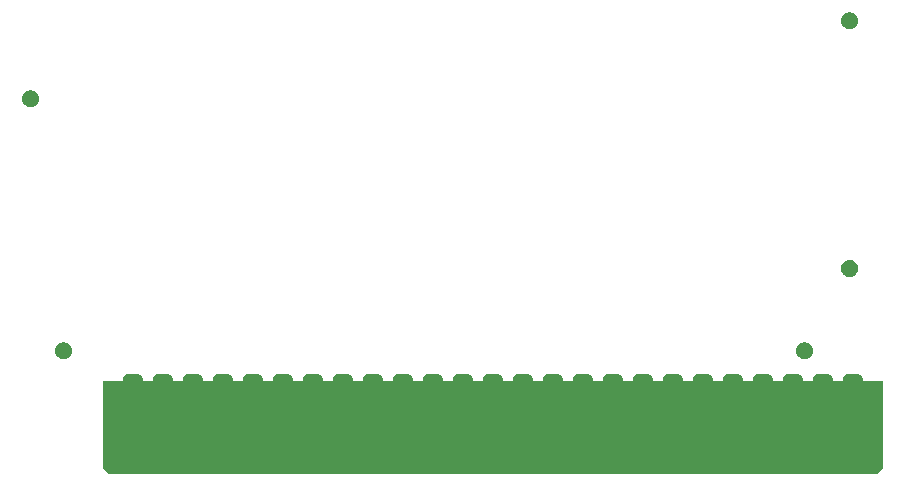
<source format=gbs>
G04 #@! TF.GenerationSoftware,KiCad,Pcbnew,(5.1.5-0-10_14)*
G04 #@! TF.CreationDate,2021-01-05T21:43:12-05:00*
G04 #@! TF.ProjectId,RAM128,52414d31-3238-42e6-9b69-6361645f7063,rev?*
G04 #@! TF.SameCoordinates,Original*
G04 #@! TF.FileFunction,Soldermask,Bot*
G04 #@! TF.FilePolarity,Negative*
%FSLAX46Y46*%
G04 Gerber Fmt 4.6, Leading zero omitted, Abs format (unit mm)*
G04 Created by KiCad (PCBNEW (5.1.5-0-10_14)) date 2021-01-05 21:43:12*
%MOMM*%
%LPD*%
G04 APERTURE LIST*
%ADD10C,0.100000*%
G04 APERTURE END LIST*
D10*
G36*
X139700000Y-139446000D02*
G01*
X139192000Y-139954000D01*
X74168000Y-139954000D01*
X73660000Y-139446000D01*
X73660000Y-132080000D01*
X139700000Y-132080000D01*
X139700000Y-139446000D01*
G37*
G36*
X137686355Y-131543544D02*
G01*
X137758967Y-131565570D01*
X137825881Y-131601336D01*
X137884531Y-131649469D01*
X137932664Y-131708119D01*
X137968430Y-131775033D01*
X137990456Y-131847645D01*
X137998200Y-131926267D01*
X137998200Y-138637733D01*
X137990456Y-138716355D01*
X137968430Y-138788967D01*
X137932664Y-138855881D01*
X137884531Y-138914531D01*
X137825881Y-138962664D01*
X137758967Y-138998430D01*
X137686355Y-139020456D01*
X137607733Y-139028200D01*
X136712267Y-139028200D01*
X136633645Y-139020456D01*
X136561033Y-138998430D01*
X136494119Y-138962664D01*
X136435469Y-138914531D01*
X136387336Y-138855881D01*
X136351570Y-138788967D01*
X136329544Y-138716355D01*
X136321800Y-138637733D01*
X136321800Y-131926267D01*
X136329544Y-131847645D01*
X136351570Y-131775033D01*
X136387336Y-131708119D01*
X136435469Y-131649469D01*
X136494119Y-131601336D01*
X136561033Y-131565570D01*
X136633645Y-131543544D01*
X136712267Y-131535800D01*
X137607733Y-131535800D01*
X137686355Y-131543544D01*
G37*
G36*
X135146355Y-131543544D02*
G01*
X135218967Y-131565570D01*
X135285881Y-131601336D01*
X135344531Y-131649469D01*
X135392664Y-131708119D01*
X135428430Y-131775033D01*
X135450456Y-131847645D01*
X135458200Y-131926267D01*
X135458200Y-138637733D01*
X135450456Y-138716355D01*
X135428430Y-138788967D01*
X135392664Y-138855881D01*
X135344531Y-138914531D01*
X135285881Y-138962664D01*
X135218967Y-138998430D01*
X135146355Y-139020456D01*
X135067733Y-139028200D01*
X134172267Y-139028200D01*
X134093645Y-139020456D01*
X134021033Y-138998430D01*
X133954119Y-138962664D01*
X133895469Y-138914531D01*
X133847336Y-138855881D01*
X133811570Y-138788967D01*
X133789544Y-138716355D01*
X133781800Y-138637733D01*
X133781800Y-131926267D01*
X133789544Y-131847645D01*
X133811570Y-131775033D01*
X133847336Y-131708119D01*
X133895469Y-131649469D01*
X133954119Y-131601336D01*
X134021033Y-131565570D01*
X134093645Y-131543544D01*
X134172267Y-131535800D01*
X135067733Y-131535800D01*
X135146355Y-131543544D01*
G37*
G36*
X132606355Y-131543544D02*
G01*
X132678967Y-131565570D01*
X132745881Y-131601336D01*
X132804531Y-131649469D01*
X132852664Y-131708119D01*
X132888430Y-131775033D01*
X132910456Y-131847645D01*
X132918200Y-131926267D01*
X132918200Y-138637733D01*
X132910456Y-138716355D01*
X132888430Y-138788967D01*
X132852664Y-138855881D01*
X132804531Y-138914531D01*
X132745881Y-138962664D01*
X132678967Y-138998430D01*
X132606355Y-139020456D01*
X132527733Y-139028200D01*
X131632267Y-139028200D01*
X131553645Y-139020456D01*
X131481033Y-138998430D01*
X131414119Y-138962664D01*
X131355469Y-138914531D01*
X131307336Y-138855881D01*
X131271570Y-138788967D01*
X131249544Y-138716355D01*
X131241800Y-138637733D01*
X131241800Y-131926267D01*
X131249544Y-131847645D01*
X131271570Y-131775033D01*
X131307336Y-131708119D01*
X131355469Y-131649469D01*
X131414119Y-131601336D01*
X131481033Y-131565570D01*
X131553645Y-131543544D01*
X131632267Y-131535800D01*
X132527733Y-131535800D01*
X132606355Y-131543544D01*
G37*
G36*
X130066355Y-131543544D02*
G01*
X130138967Y-131565570D01*
X130205881Y-131601336D01*
X130264531Y-131649469D01*
X130312664Y-131708119D01*
X130348430Y-131775033D01*
X130370456Y-131847645D01*
X130378200Y-131926267D01*
X130378200Y-138637733D01*
X130370456Y-138716355D01*
X130348430Y-138788967D01*
X130312664Y-138855881D01*
X130264531Y-138914531D01*
X130205881Y-138962664D01*
X130138967Y-138998430D01*
X130066355Y-139020456D01*
X129987733Y-139028200D01*
X129092267Y-139028200D01*
X129013645Y-139020456D01*
X128941033Y-138998430D01*
X128874119Y-138962664D01*
X128815469Y-138914531D01*
X128767336Y-138855881D01*
X128731570Y-138788967D01*
X128709544Y-138716355D01*
X128701800Y-138637733D01*
X128701800Y-131926267D01*
X128709544Y-131847645D01*
X128731570Y-131775033D01*
X128767336Y-131708119D01*
X128815469Y-131649469D01*
X128874119Y-131601336D01*
X128941033Y-131565570D01*
X129013645Y-131543544D01*
X129092267Y-131535800D01*
X129987733Y-131535800D01*
X130066355Y-131543544D01*
G37*
G36*
X127526355Y-131543544D02*
G01*
X127598967Y-131565570D01*
X127665881Y-131601336D01*
X127724531Y-131649469D01*
X127772664Y-131708119D01*
X127808430Y-131775033D01*
X127830456Y-131847645D01*
X127838200Y-131926267D01*
X127838200Y-138637733D01*
X127830456Y-138716355D01*
X127808430Y-138788967D01*
X127772664Y-138855881D01*
X127724531Y-138914531D01*
X127665881Y-138962664D01*
X127598967Y-138998430D01*
X127526355Y-139020456D01*
X127447733Y-139028200D01*
X126552267Y-139028200D01*
X126473645Y-139020456D01*
X126401033Y-138998430D01*
X126334119Y-138962664D01*
X126275469Y-138914531D01*
X126227336Y-138855881D01*
X126191570Y-138788967D01*
X126169544Y-138716355D01*
X126161800Y-138637733D01*
X126161800Y-131926267D01*
X126169544Y-131847645D01*
X126191570Y-131775033D01*
X126227336Y-131708119D01*
X126275469Y-131649469D01*
X126334119Y-131601336D01*
X126401033Y-131565570D01*
X126473645Y-131543544D01*
X126552267Y-131535800D01*
X127447733Y-131535800D01*
X127526355Y-131543544D01*
G37*
G36*
X124986355Y-131543544D02*
G01*
X125058967Y-131565570D01*
X125125881Y-131601336D01*
X125184531Y-131649469D01*
X125232664Y-131708119D01*
X125268430Y-131775033D01*
X125290456Y-131847645D01*
X125298200Y-131926267D01*
X125298200Y-138637733D01*
X125290456Y-138716355D01*
X125268430Y-138788967D01*
X125232664Y-138855881D01*
X125184531Y-138914531D01*
X125125881Y-138962664D01*
X125058967Y-138998430D01*
X124986355Y-139020456D01*
X124907733Y-139028200D01*
X124012267Y-139028200D01*
X123933645Y-139020456D01*
X123861033Y-138998430D01*
X123794119Y-138962664D01*
X123735469Y-138914531D01*
X123687336Y-138855881D01*
X123651570Y-138788967D01*
X123629544Y-138716355D01*
X123621800Y-138637733D01*
X123621800Y-131926267D01*
X123629544Y-131847645D01*
X123651570Y-131775033D01*
X123687336Y-131708119D01*
X123735469Y-131649469D01*
X123794119Y-131601336D01*
X123861033Y-131565570D01*
X123933645Y-131543544D01*
X124012267Y-131535800D01*
X124907733Y-131535800D01*
X124986355Y-131543544D01*
G37*
G36*
X122446355Y-131543544D02*
G01*
X122518967Y-131565570D01*
X122585881Y-131601336D01*
X122644531Y-131649469D01*
X122692664Y-131708119D01*
X122728430Y-131775033D01*
X122750456Y-131847645D01*
X122758200Y-131926267D01*
X122758200Y-138637733D01*
X122750456Y-138716355D01*
X122728430Y-138788967D01*
X122692664Y-138855881D01*
X122644531Y-138914531D01*
X122585881Y-138962664D01*
X122518967Y-138998430D01*
X122446355Y-139020456D01*
X122367733Y-139028200D01*
X121472267Y-139028200D01*
X121393645Y-139020456D01*
X121321033Y-138998430D01*
X121254119Y-138962664D01*
X121195469Y-138914531D01*
X121147336Y-138855881D01*
X121111570Y-138788967D01*
X121089544Y-138716355D01*
X121081800Y-138637733D01*
X121081800Y-131926267D01*
X121089544Y-131847645D01*
X121111570Y-131775033D01*
X121147336Y-131708119D01*
X121195469Y-131649469D01*
X121254119Y-131601336D01*
X121321033Y-131565570D01*
X121393645Y-131543544D01*
X121472267Y-131535800D01*
X122367733Y-131535800D01*
X122446355Y-131543544D01*
G37*
G36*
X119906355Y-131543544D02*
G01*
X119978967Y-131565570D01*
X120045881Y-131601336D01*
X120104531Y-131649469D01*
X120152664Y-131708119D01*
X120188430Y-131775033D01*
X120210456Y-131847645D01*
X120218200Y-131926267D01*
X120218200Y-138637733D01*
X120210456Y-138716355D01*
X120188430Y-138788967D01*
X120152664Y-138855881D01*
X120104531Y-138914531D01*
X120045881Y-138962664D01*
X119978967Y-138998430D01*
X119906355Y-139020456D01*
X119827733Y-139028200D01*
X118932267Y-139028200D01*
X118853645Y-139020456D01*
X118781033Y-138998430D01*
X118714119Y-138962664D01*
X118655469Y-138914531D01*
X118607336Y-138855881D01*
X118571570Y-138788967D01*
X118549544Y-138716355D01*
X118541800Y-138637733D01*
X118541800Y-131926267D01*
X118549544Y-131847645D01*
X118571570Y-131775033D01*
X118607336Y-131708119D01*
X118655469Y-131649469D01*
X118714119Y-131601336D01*
X118781033Y-131565570D01*
X118853645Y-131543544D01*
X118932267Y-131535800D01*
X119827733Y-131535800D01*
X119906355Y-131543544D01*
G37*
G36*
X117366355Y-131543544D02*
G01*
X117438967Y-131565570D01*
X117505881Y-131601336D01*
X117564531Y-131649469D01*
X117612664Y-131708119D01*
X117648430Y-131775033D01*
X117670456Y-131847645D01*
X117678200Y-131926267D01*
X117678200Y-138637733D01*
X117670456Y-138716355D01*
X117648430Y-138788967D01*
X117612664Y-138855881D01*
X117564531Y-138914531D01*
X117505881Y-138962664D01*
X117438967Y-138998430D01*
X117366355Y-139020456D01*
X117287733Y-139028200D01*
X116392267Y-139028200D01*
X116313645Y-139020456D01*
X116241033Y-138998430D01*
X116174119Y-138962664D01*
X116115469Y-138914531D01*
X116067336Y-138855881D01*
X116031570Y-138788967D01*
X116009544Y-138716355D01*
X116001800Y-138637733D01*
X116001800Y-131926267D01*
X116009544Y-131847645D01*
X116031570Y-131775033D01*
X116067336Y-131708119D01*
X116115469Y-131649469D01*
X116174119Y-131601336D01*
X116241033Y-131565570D01*
X116313645Y-131543544D01*
X116392267Y-131535800D01*
X117287733Y-131535800D01*
X117366355Y-131543544D01*
G37*
G36*
X114826355Y-131543544D02*
G01*
X114898967Y-131565570D01*
X114965881Y-131601336D01*
X115024531Y-131649469D01*
X115072664Y-131708119D01*
X115108430Y-131775033D01*
X115130456Y-131847645D01*
X115138200Y-131926267D01*
X115138200Y-138637733D01*
X115130456Y-138716355D01*
X115108430Y-138788967D01*
X115072664Y-138855881D01*
X115024531Y-138914531D01*
X114965881Y-138962664D01*
X114898967Y-138998430D01*
X114826355Y-139020456D01*
X114747733Y-139028200D01*
X113852267Y-139028200D01*
X113773645Y-139020456D01*
X113701033Y-138998430D01*
X113634119Y-138962664D01*
X113575469Y-138914531D01*
X113527336Y-138855881D01*
X113491570Y-138788967D01*
X113469544Y-138716355D01*
X113461800Y-138637733D01*
X113461800Y-131926267D01*
X113469544Y-131847645D01*
X113491570Y-131775033D01*
X113527336Y-131708119D01*
X113575469Y-131649469D01*
X113634119Y-131601336D01*
X113701033Y-131565570D01*
X113773645Y-131543544D01*
X113852267Y-131535800D01*
X114747733Y-131535800D01*
X114826355Y-131543544D01*
G37*
G36*
X112286355Y-131543544D02*
G01*
X112358967Y-131565570D01*
X112425881Y-131601336D01*
X112484531Y-131649469D01*
X112532664Y-131708119D01*
X112568430Y-131775033D01*
X112590456Y-131847645D01*
X112598200Y-131926267D01*
X112598200Y-138637733D01*
X112590456Y-138716355D01*
X112568430Y-138788967D01*
X112532664Y-138855881D01*
X112484531Y-138914531D01*
X112425881Y-138962664D01*
X112358967Y-138998430D01*
X112286355Y-139020456D01*
X112207733Y-139028200D01*
X111312267Y-139028200D01*
X111233645Y-139020456D01*
X111161033Y-138998430D01*
X111094119Y-138962664D01*
X111035469Y-138914531D01*
X110987336Y-138855881D01*
X110951570Y-138788967D01*
X110929544Y-138716355D01*
X110921800Y-138637733D01*
X110921800Y-131926267D01*
X110929544Y-131847645D01*
X110951570Y-131775033D01*
X110987336Y-131708119D01*
X111035469Y-131649469D01*
X111094119Y-131601336D01*
X111161033Y-131565570D01*
X111233645Y-131543544D01*
X111312267Y-131535800D01*
X112207733Y-131535800D01*
X112286355Y-131543544D01*
G37*
G36*
X109746355Y-131543544D02*
G01*
X109818967Y-131565570D01*
X109885881Y-131601336D01*
X109944531Y-131649469D01*
X109992664Y-131708119D01*
X110028430Y-131775033D01*
X110050456Y-131847645D01*
X110058200Y-131926267D01*
X110058200Y-138637733D01*
X110050456Y-138716355D01*
X110028430Y-138788967D01*
X109992664Y-138855881D01*
X109944531Y-138914531D01*
X109885881Y-138962664D01*
X109818967Y-138998430D01*
X109746355Y-139020456D01*
X109667733Y-139028200D01*
X108772267Y-139028200D01*
X108693645Y-139020456D01*
X108621033Y-138998430D01*
X108554119Y-138962664D01*
X108495469Y-138914531D01*
X108447336Y-138855881D01*
X108411570Y-138788967D01*
X108389544Y-138716355D01*
X108381800Y-138637733D01*
X108381800Y-131926267D01*
X108389544Y-131847645D01*
X108411570Y-131775033D01*
X108447336Y-131708119D01*
X108495469Y-131649469D01*
X108554119Y-131601336D01*
X108621033Y-131565570D01*
X108693645Y-131543544D01*
X108772267Y-131535800D01*
X109667733Y-131535800D01*
X109746355Y-131543544D01*
G37*
G36*
X107206355Y-131543544D02*
G01*
X107278967Y-131565570D01*
X107345881Y-131601336D01*
X107404531Y-131649469D01*
X107452664Y-131708119D01*
X107488430Y-131775033D01*
X107510456Y-131847645D01*
X107518200Y-131926267D01*
X107518200Y-138637733D01*
X107510456Y-138716355D01*
X107488430Y-138788967D01*
X107452664Y-138855881D01*
X107404531Y-138914531D01*
X107345881Y-138962664D01*
X107278967Y-138998430D01*
X107206355Y-139020456D01*
X107127733Y-139028200D01*
X106232267Y-139028200D01*
X106153645Y-139020456D01*
X106081033Y-138998430D01*
X106014119Y-138962664D01*
X105955469Y-138914531D01*
X105907336Y-138855881D01*
X105871570Y-138788967D01*
X105849544Y-138716355D01*
X105841800Y-138637733D01*
X105841800Y-131926267D01*
X105849544Y-131847645D01*
X105871570Y-131775033D01*
X105907336Y-131708119D01*
X105955469Y-131649469D01*
X106014119Y-131601336D01*
X106081033Y-131565570D01*
X106153645Y-131543544D01*
X106232267Y-131535800D01*
X107127733Y-131535800D01*
X107206355Y-131543544D01*
G37*
G36*
X104666355Y-131543544D02*
G01*
X104738967Y-131565570D01*
X104805881Y-131601336D01*
X104864531Y-131649469D01*
X104912664Y-131708119D01*
X104948430Y-131775033D01*
X104970456Y-131847645D01*
X104978200Y-131926267D01*
X104978200Y-138637733D01*
X104970456Y-138716355D01*
X104948430Y-138788967D01*
X104912664Y-138855881D01*
X104864531Y-138914531D01*
X104805881Y-138962664D01*
X104738967Y-138998430D01*
X104666355Y-139020456D01*
X104587733Y-139028200D01*
X103692267Y-139028200D01*
X103613645Y-139020456D01*
X103541033Y-138998430D01*
X103474119Y-138962664D01*
X103415469Y-138914531D01*
X103367336Y-138855881D01*
X103331570Y-138788967D01*
X103309544Y-138716355D01*
X103301800Y-138637733D01*
X103301800Y-131926267D01*
X103309544Y-131847645D01*
X103331570Y-131775033D01*
X103367336Y-131708119D01*
X103415469Y-131649469D01*
X103474119Y-131601336D01*
X103541033Y-131565570D01*
X103613645Y-131543544D01*
X103692267Y-131535800D01*
X104587733Y-131535800D01*
X104666355Y-131543544D01*
G37*
G36*
X102126355Y-131543544D02*
G01*
X102198967Y-131565570D01*
X102265881Y-131601336D01*
X102324531Y-131649469D01*
X102372664Y-131708119D01*
X102408430Y-131775033D01*
X102430456Y-131847645D01*
X102438200Y-131926267D01*
X102438200Y-138637733D01*
X102430456Y-138716355D01*
X102408430Y-138788967D01*
X102372664Y-138855881D01*
X102324531Y-138914531D01*
X102265881Y-138962664D01*
X102198967Y-138998430D01*
X102126355Y-139020456D01*
X102047733Y-139028200D01*
X101152267Y-139028200D01*
X101073645Y-139020456D01*
X101001033Y-138998430D01*
X100934119Y-138962664D01*
X100875469Y-138914531D01*
X100827336Y-138855881D01*
X100791570Y-138788967D01*
X100769544Y-138716355D01*
X100761800Y-138637733D01*
X100761800Y-131926267D01*
X100769544Y-131847645D01*
X100791570Y-131775033D01*
X100827336Y-131708119D01*
X100875469Y-131649469D01*
X100934119Y-131601336D01*
X101001033Y-131565570D01*
X101073645Y-131543544D01*
X101152267Y-131535800D01*
X102047733Y-131535800D01*
X102126355Y-131543544D01*
G37*
G36*
X99586355Y-131543544D02*
G01*
X99658967Y-131565570D01*
X99725881Y-131601336D01*
X99784531Y-131649469D01*
X99832664Y-131708119D01*
X99868430Y-131775033D01*
X99890456Y-131847645D01*
X99898200Y-131926267D01*
X99898200Y-138637733D01*
X99890456Y-138716355D01*
X99868430Y-138788967D01*
X99832664Y-138855881D01*
X99784531Y-138914531D01*
X99725881Y-138962664D01*
X99658967Y-138998430D01*
X99586355Y-139020456D01*
X99507733Y-139028200D01*
X98612267Y-139028200D01*
X98533645Y-139020456D01*
X98461033Y-138998430D01*
X98394119Y-138962664D01*
X98335469Y-138914531D01*
X98287336Y-138855881D01*
X98251570Y-138788967D01*
X98229544Y-138716355D01*
X98221800Y-138637733D01*
X98221800Y-131926267D01*
X98229544Y-131847645D01*
X98251570Y-131775033D01*
X98287336Y-131708119D01*
X98335469Y-131649469D01*
X98394119Y-131601336D01*
X98461033Y-131565570D01*
X98533645Y-131543544D01*
X98612267Y-131535800D01*
X99507733Y-131535800D01*
X99586355Y-131543544D01*
G37*
G36*
X97046355Y-131543544D02*
G01*
X97118967Y-131565570D01*
X97185881Y-131601336D01*
X97244531Y-131649469D01*
X97292664Y-131708119D01*
X97328430Y-131775033D01*
X97350456Y-131847645D01*
X97358200Y-131926267D01*
X97358200Y-138637733D01*
X97350456Y-138716355D01*
X97328430Y-138788967D01*
X97292664Y-138855881D01*
X97244531Y-138914531D01*
X97185881Y-138962664D01*
X97118967Y-138998430D01*
X97046355Y-139020456D01*
X96967733Y-139028200D01*
X96072267Y-139028200D01*
X95993645Y-139020456D01*
X95921033Y-138998430D01*
X95854119Y-138962664D01*
X95795469Y-138914531D01*
X95747336Y-138855881D01*
X95711570Y-138788967D01*
X95689544Y-138716355D01*
X95681800Y-138637733D01*
X95681800Y-131926267D01*
X95689544Y-131847645D01*
X95711570Y-131775033D01*
X95747336Y-131708119D01*
X95795469Y-131649469D01*
X95854119Y-131601336D01*
X95921033Y-131565570D01*
X95993645Y-131543544D01*
X96072267Y-131535800D01*
X96967733Y-131535800D01*
X97046355Y-131543544D01*
G37*
G36*
X94506355Y-131543544D02*
G01*
X94578967Y-131565570D01*
X94645881Y-131601336D01*
X94704531Y-131649469D01*
X94752664Y-131708119D01*
X94788430Y-131775033D01*
X94810456Y-131847645D01*
X94818200Y-131926267D01*
X94818200Y-138637733D01*
X94810456Y-138716355D01*
X94788430Y-138788967D01*
X94752664Y-138855881D01*
X94704531Y-138914531D01*
X94645881Y-138962664D01*
X94578967Y-138998430D01*
X94506355Y-139020456D01*
X94427733Y-139028200D01*
X93532267Y-139028200D01*
X93453645Y-139020456D01*
X93381033Y-138998430D01*
X93314119Y-138962664D01*
X93255469Y-138914531D01*
X93207336Y-138855881D01*
X93171570Y-138788967D01*
X93149544Y-138716355D01*
X93141800Y-138637733D01*
X93141800Y-131926267D01*
X93149544Y-131847645D01*
X93171570Y-131775033D01*
X93207336Y-131708119D01*
X93255469Y-131649469D01*
X93314119Y-131601336D01*
X93381033Y-131565570D01*
X93453645Y-131543544D01*
X93532267Y-131535800D01*
X94427733Y-131535800D01*
X94506355Y-131543544D01*
G37*
G36*
X91966355Y-131543544D02*
G01*
X92038967Y-131565570D01*
X92105881Y-131601336D01*
X92164531Y-131649469D01*
X92212664Y-131708119D01*
X92248430Y-131775033D01*
X92270456Y-131847645D01*
X92278200Y-131926267D01*
X92278200Y-138637733D01*
X92270456Y-138716355D01*
X92248430Y-138788967D01*
X92212664Y-138855881D01*
X92164531Y-138914531D01*
X92105881Y-138962664D01*
X92038967Y-138998430D01*
X91966355Y-139020456D01*
X91887733Y-139028200D01*
X90992267Y-139028200D01*
X90913645Y-139020456D01*
X90841033Y-138998430D01*
X90774119Y-138962664D01*
X90715469Y-138914531D01*
X90667336Y-138855881D01*
X90631570Y-138788967D01*
X90609544Y-138716355D01*
X90601800Y-138637733D01*
X90601800Y-131926267D01*
X90609544Y-131847645D01*
X90631570Y-131775033D01*
X90667336Y-131708119D01*
X90715469Y-131649469D01*
X90774119Y-131601336D01*
X90841033Y-131565570D01*
X90913645Y-131543544D01*
X90992267Y-131535800D01*
X91887733Y-131535800D01*
X91966355Y-131543544D01*
G37*
G36*
X89426355Y-131543544D02*
G01*
X89498967Y-131565570D01*
X89565881Y-131601336D01*
X89624531Y-131649469D01*
X89672664Y-131708119D01*
X89708430Y-131775033D01*
X89730456Y-131847645D01*
X89738200Y-131926267D01*
X89738200Y-138637733D01*
X89730456Y-138716355D01*
X89708430Y-138788967D01*
X89672664Y-138855881D01*
X89624531Y-138914531D01*
X89565881Y-138962664D01*
X89498967Y-138998430D01*
X89426355Y-139020456D01*
X89347733Y-139028200D01*
X88452267Y-139028200D01*
X88373645Y-139020456D01*
X88301033Y-138998430D01*
X88234119Y-138962664D01*
X88175469Y-138914531D01*
X88127336Y-138855881D01*
X88091570Y-138788967D01*
X88069544Y-138716355D01*
X88061800Y-138637733D01*
X88061800Y-131926267D01*
X88069544Y-131847645D01*
X88091570Y-131775033D01*
X88127336Y-131708119D01*
X88175469Y-131649469D01*
X88234119Y-131601336D01*
X88301033Y-131565570D01*
X88373645Y-131543544D01*
X88452267Y-131535800D01*
X89347733Y-131535800D01*
X89426355Y-131543544D01*
G37*
G36*
X86886355Y-131543544D02*
G01*
X86958967Y-131565570D01*
X87025881Y-131601336D01*
X87084531Y-131649469D01*
X87132664Y-131708119D01*
X87168430Y-131775033D01*
X87190456Y-131847645D01*
X87198200Y-131926267D01*
X87198200Y-138637733D01*
X87190456Y-138716355D01*
X87168430Y-138788967D01*
X87132664Y-138855881D01*
X87084531Y-138914531D01*
X87025881Y-138962664D01*
X86958967Y-138998430D01*
X86886355Y-139020456D01*
X86807733Y-139028200D01*
X85912267Y-139028200D01*
X85833645Y-139020456D01*
X85761033Y-138998430D01*
X85694119Y-138962664D01*
X85635469Y-138914531D01*
X85587336Y-138855881D01*
X85551570Y-138788967D01*
X85529544Y-138716355D01*
X85521800Y-138637733D01*
X85521800Y-131926267D01*
X85529544Y-131847645D01*
X85551570Y-131775033D01*
X85587336Y-131708119D01*
X85635469Y-131649469D01*
X85694119Y-131601336D01*
X85761033Y-131565570D01*
X85833645Y-131543544D01*
X85912267Y-131535800D01*
X86807733Y-131535800D01*
X86886355Y-131543544D01*
G37*
G36*
X84346355Y-131543544D02*
G01*
X84418967Y-131565570D01*
X84485881Y-131601336D01*
X84544531Y-131649469D01*
X84592664Y-131708119D01*
X84628430Y-131775033D01*
X84650456Y-131847645D01*
X84658200Y-131926267D01*
X84658200Y-138637733D01*
X84650456Y-138716355D01*
X84628430Y-138788967D01*
X84592664Y-138855881D01*
X84544531Y-138914531D01*
X84485881Y-138962664D01*
X84418967Y-138998430D01*
X84346355Y-139020456D01*
X84267733Y-139028200D01*
X83372267Y-139028200D01*
X83293645Y-139020456D01*
X83221033Y-138998430D01*
X83154119Y-138962664D01*
X83095469Y-138914531D01*
X83047336Y-138855881D01*
X83011570Y-138788967D01*
X82989544Y-138716355D01*
X82981800Y-138637733D01*
X82981800Y-131926267D01*
X82989544Y-131847645D01*
X83011570Y-131775033D01*
X83047336Y-131708119D01*
X83095469Y-131649469D01*
X83154119Y-131601336D01*
X83221033Y-131565570D01*
X83293645Y-131543544D01*
X83372267Y-131535800D01*
X84267733Y-131535800D01*
X84346355Y-131543544D01*
G37*
G36*
X81806355Y-131543544D02*
G01*
X81878967Y-131565570D01*
X81945881Y-131601336D01*
X82004531Y-131649469D01*
X82052664Y-131708119D01*
X82088430Y-131775033D01*
X82110456Y-131847645D01*
X82118200Y-131926267D01*
X82118200Y-138637733D01*
X82110456Y-138716355D01*
X82088430Y-138788967D01*
X82052664Y-138855881D01*
X82004531Y-138914531D01*
X81945881Y-138962664D01*
X81878967Y-138998430D01*
X81806355Y-139020456D01*
X81727733Y-139028200D01*
X80832267Y-139028200D01*
X80753645Y-139020456D01*
X80681033Y-138998430D01*
X80614119Y-138962664D01*
X80555469Y-138914531D01*
X80507336Y-138855881D01*
X80471570Y-138788967D01*
X80449544Y-138716355D01*
X80441800Y-138637733D01*
X80441800Y-131926267D01*
X80449544Y-131847645D01*
X80471570Y-131775033D01*
X80507336Y-131708119D01*
X80555469Y-131649469D01*
X80614119Y-131601336D01*
X80681033Y-131565570D01*
X80753645Y-131543544D01*
X80832267Y-131535800D01*
X81727733Y-131535800D01*
X81806355Y-131543544D01*
G37*
G36*
X79266355Y-131543544D02*
G01*
X79338967Y-131565570D01*
X79405881Y-131601336D01*
X79464531Y-131649469D01*
X79512664Y-131708119D01*
X79548430Y-131775033D01*
X79570456Y-131847645D01*
X79578200Y-131926267D01*
X79578200Y-138637733D01*
X79570456Y-138716355D01*
X79548430Y-138788967D01*
X79512664Y-138855881D01*
X79464531Y-138914531D01*
X79405881Y-138962664D01*
X79338967Y-138998430D01*
X79266355Y-139020456D01*
X79187733Y-139028200D01*
X78292267Y-139028200D01*
X78213645Y-139020456D01*
X78141033Y-138998430D01*
X78074119Y-138962664D01*
X78015469Y-138914531D01*
X77967336Y-138855881D01*
X77931570Y-138788967D01*
X77909544Y-138716355D01*
X77901800Y-138637733D01*
X77901800Y-131926267D01*
X77909544Y-131847645D01*
X77931570Y-131775033D01*
X77967336Y-131708119D01*
X78015469Y-131649469D01*
X78074119Y-131601336D01*
X78141033Y-131565570D01*
X78213645Y-131543544D01*
X78292267Y-131535800D01*
X79187733Y-131535800D01*
X79266355Y-131543544D01*
G37*
G36*
X76726355Y-131543544D02*
G01*
X76798967Y-131565570D01*
X76865881Y-131601336D01*
X76924531Y-131649469D01*
X76972664Y-131708119D01*
X77008430Y-131775033D01*
X77030456Y-131847645D01*
X77038200Y-131926267D01*
X77038200Y-138637733D01*
X77030456Y-138716355D01*
X77008430Y-138788967D01*
X76972664Y-138855881D01*
X76924531Y-138914531D01*
X76865881Y-138962664D01*
X76798967Y-138998430D01*
X76726355Y-139020456D01*
X76647733Y-139028200D01*
X75752267Y-139028200D01*
X75673645Y-139020456D01*
X75601033Y-138998430D01*
X75534119Y-138962664D01*
X75475469Y-138914531D01*
X75427336Y-138855881D01*
X75391570Y-138788967D01*
X75369544Y-138716355D01*
X75361800Y-138637733D01*
X75361800Y-131926267D01*
X75369544Y-131847645D01*
X75391570Y-131775033D01*
X75427336Y-131708119D01*
X75475469Y-131649469D01*
X75534119Y-131601336D01*
X75601033Y-131565570D01*
X75673645Y-131543544D01*
X75752267Y-131535800D01*
X76647733Y-131535800D01*
X76726355Y-131543544D01*
G37*
G36*
X133213933Y-128825274D02*
G01*
X133307185Y-128843823D01*
X133438939Y-128898398D01*
X133438940Y-128898399D01*
X133438943Y-128898400D01*
X133557523Y-128977633D01*
X133658367Y-129078477D01*
X133737600Y-129197057D01*
X133737601Y-129197060D01*
X133737602Y-129197061D01*
X133792177Y-129328815D01*
X133820000Y-129468693D01*
X133820000Y-129611307D01*
X133792177Y-129751185D01*
X133737602Y-129882939D01*
X133737600Y-129882943D01*
X133658367Y-130001523D01*
X133557523Y-130102367D01*
X133438943Y-130181600D01*
X133438940Y-130181601D01*
X133438939Y-130181602D01*
X133307185Y-130236177D01*
X133213933Y-130254726D01*
X133167308Y-130264000D01*
X133024692Y-130264000D01*
X132978067Y-130254726D01*
X132884815Y-130236177D01*
X132753061Y-130181602D01*
X132753060Y-130181601D01*
X132753057Y-130181600D01*
X132634477Y-130102367D01*
X132533633Y-130001523D01*
X132454400Y-129882943D01*
X132454398Y-129882939D01*
X132399823Y-129751185D01*
X132372000Y-129611307D01*
X132372000Y-129468693D01*
X132399823Y-129328815D01*
X132454398Y-129197061D01*
X132454399Y-129197060D01*
X132454400Y-129197057D01*
X132533633Y-129078477D01*
X132634477Y-128977633D01*
X132753057Y-128898400D01*
X132753060Y-128898399D01*
X132753061Y-128898398D01*
X132884815Y-128843823D01*
X132978067Y-128825274D01*
X133024692Y-128816000D01*
X133167308Y-128816000D01*
X133213933Y-128825274D01*
G37*
G36*
X70475933Y-128825274D02*
G01*
X70569185Y-128843823D01*
X70700939Y-128898398D01*
X70700940Y-128898399D01*
X70700943Y-128898400D01*
X70819523Y-128977633D01*
X70920367Y-129078477D01*
X70999600Y-129197057D01*
X70999601Y-129197060D01*
X70999602Y-129197061D01*
X71054177Y-129328815D01*
X71082000Y-129468693D01*
X71082000Y-129611307D01*
X71054177Y-129751185D01*
X70999602Y-129882939D01*
X70999600Y-129882943D01*
X70920367Y-130001523D01*
X70819523Y-130102367D01*
X70700943Y-130181600D01*
X70700940Y-130181601D01*
X70700939Y-130181602D01*
X70569185Y-130236177D01*
X70475933Y-130254726D01*
X70429308Y-130264000D01*
X70286692Y-130264000D01*
X70240067Y-130254726D01*
X70146815Y-130236177D01*
X70015061Y-130181602D01*
X70015060Y-130181601D01*
X70015057Y-130181600D01*
X69896477Y-130102367D01*
X69795633Y-130001523D01*
X69716400Y-129882943D01*
X69716398Y-129882939D01*
X69661823Y-129751185D01*
X69634000Y-129611307D01*
X69634000Y-129468693D01*
X69661823Y-129328815D01*
X69716398Y-129197061D01*
X69716399Y-129197060D01*
X69716400Y-129197057D01*
X69795633Y-129078477D01*
X69896477Y-128977633D01*
X70015057Y-128898400D01*
X70015060Y-128898399D01*
X70015061Y-128898398D01*
X70146815Y-128843823D01*
X70240067Y-128825274D01*
X70286692Y-128816000D01*
X70429308Y-128816000D01*
X70475933Y-128825274D01*
G37*
G36*
X137023933Y-121840274D02*
G01*
X137117185Y-121858823D01*
X137248939Y-121913398D01*
X137248940Y-121913399D01*
X137248943Y-121913400D01*
X137367523Y-121992633D01*
X137468367Y-122093477D01*
X137547600Y-122212057D01*
X137547601Y-122212060D01*
X137547602Y-122212061D01*
X137602177Y-122343815D01*
X137630000Y-122483693D01*
X137630000Y-122626307D01*
X137602177Y-122766185D01*
X137547602Y-122897939D01*
X137547600Y-122897943D01*
X137468367Y-123016523D01*
X137367523Y-123117367D01*
X137248943Y-123196600D01*
X137248940Y-123196601D01*
X137248939Y-123196602D01*
X137117185Y-123251177D01*
X137023933Y-123269726D01*
X136977308Y-123279000D01*
X136834692Y-123279000D01*
X136788067Y-123269726D01*
X136694815Y-123251177D01*
X136563061Y-123196602D01*
X136563060Y-123196601D01*
X136563057Y-123196600D01*
X136444477Y-123117367D01*
X136343633Y-123016523D01*
X136264400Y-122897943D01*
X136264398Y-122897939D01*
X136209823Y-122766185D01*
X136182000Y-122626307D01*
X136182000Y-122483693D01*
X136209823Y-122343815D01*
X136264398Y-122212061D01*
X136264399Y-122212060D01*
X136264400Y-122212057D01*
X136343633Y-122093477D01*
X136444477Y-121992633D01*
X136563057Y-121913400D01*
X136563060Y-121913399D01*
X136563061Y-121913398D01*
X136694815Y-121858823D01*
X136788067Y-121840274D01*
X136834692Y-121831000D01*
X136977308Y-121831000D01*
X137023933Y-121840274D01*
G37*
G36*
X67681933Y-107489274D02*
G01*
X67775185Y-107507823D01*
X67906939Y-107562398D01*
X67906940Y-107562399D01*
X67906943Y-107562400D01*
X68025523Y-107641633D01*
X68126367Y-107742477D01*
X68205600Y-107861057D01*
X68205601Y-107861060D01*
X68205602Y-107861061D01*
X68260177Y-107992815D01*
X68288000Y-108132693D01*
X68288000Y-108275307D01*
X68260177Y-108415185D01*
X68205602Y-108546939D01*
X68205600Y-108546943D01*
X68126367Y-108665523D01*
X68025523Y-108766367D01*
X67906943Y-108845600D01*
X67906940Y-108845601D01*
X67906939Y-108845602D01*
X67775185Y-108900177D01*
X67681933Y-108918726D01*
X67635308Y-108928000D01*
X67492692Y-108928000D01*
X67446067Y-108918726D01*
X67352815Y-108900177D01*
X67221061Y-108845602D01*
X67221060Y-108845601D01*
X67221057Y-108845600D01*
X67102477Y-108766367D01*
X67001633Y-108665523D01*
X66922400Y-108546943D01*
X66922398Y-108546939D01*
X66867823Y-108415185D01*
X66840000Y-108275307D01*
X66840000Y-108132693D01*
X66867823Y-107992815D01*
X66922398Y-107861061D01*
X66922399Y-107861060D01*
X66922400Y-107861057D01*
X67001633Y-107742477D01*
X67102477Y-107641633D01*
X67221057Y-107562400D01*
X67221060Y-107562399D01*
X67221061Y-107562398D01*
X67352815Y-107507823D01*
X67446067Y-107489274D01*
X67492692Y-107480000D01*
X67635308Y-107480000D01*
X67681933Y-107489274D01*
G37*
G36*
X137023933Y-100885274D02*
G01*
X137117185Y-100903823D01*
X137248939Y-100958398D01*
X137248940Y-100958399D01*
X137248943Y-100958400D01*
X137367523Y-101037633D01*
X137468367Y-101138477D01*
X137547600Y-101257057D01*
X137547601Y-101257060D01*
X137547602Y-101257061D01*
X137602177Y-101388815D01*
X137630000Y-101528693D01*
X137630000Y-101671307D01*
X137602177Y-101811185D01*
X137547602Y-101942939D01*
X137547600Y-101942943D01*
X137468367Y-102061523D01*
X137367523Y-102162367D01*
X137248943Y-102241600D01*
X137248940Y-102241601D01*
X137248939Y-102241602D01*
X137117185Y-102296177D01*
X137023933Y-102314726D01*
X136977308Y-102324000D01*
X136834692Y-102324000D01*
X136788067Y-102314726D01*
X136694815Y-102296177D01*
X136563061Y-102241602D01*
X136563060Y-102241601D01*
X136563057Y-102241600D01*
X136444477Y-102162367D01*
X136343633Y-102061523D01*
X136264400Y-101942943D01*
X136264398Y-101942939D01*
X136209823Y-101811185D01*
X136182000Y-101671307D01*
X136182000Y-101528693D01*
X136209823Y-101388815D01*
X136264398Y-101257061D01*
X136264399Y-101257060D01*
X136264400Y-101257057D01*
X136343633Y-101138477D01*
X136444477Y-101037633D01*
X136563057Y-100958400D01*
X136563060Y-100958399D01*
X136563061Y-100958398D01*
X136694815Y-100903823D01*
X136788067Y-100885274D01*
X136834692Y-100876000D01*
X136977308Y-100876000D01*
X137023933Y-100885274D01*
G37*
M02*

</source>
